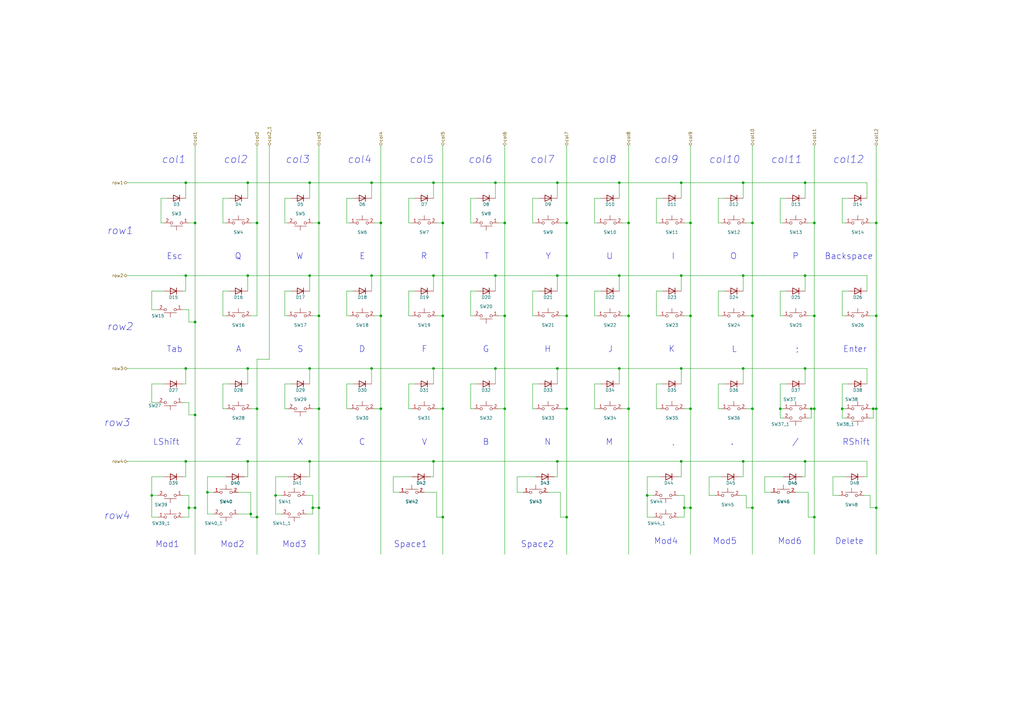
<source format=kicad_sch>
(kicad_sch (version 20230121) (generator eeschema)
  (paper "A3")
  (junction (at 232.41 91.44))
  (junction (at 254 74.93))
  (junction (at 304.8 189.23))
  (junction (at 228.6 74.93))
  (junction (at 80.01 170.18))
  (junction (at 228.6 113.03))
  (junction (at 101.6 189.23))
  (junction (at 279.4 151.13))
  (junction (at 254 151.13))
  (junction (at 232.41 167.64))
  (junction (at 257.81 129.54))
  (junction (at 279.4 189.23))
  (junction (at 232.41 129.54))
  (junction (at 304.8 74.93))
  (junction (at 358.14 167.64))
  (junction (at 62.23 203.2))
  (junction (at 203.2 113.03))
  (junction (at 113.03 203.2))
  (junction (at 105.41 91.44))
  (junction (at 228.6 189.23))
  (junction (at 181.61 91.44))
  (junction (at 152.4 113.03))
  (junction (at 254 113.03))
  (junction (at 85.09 201.93))
  (junction (at 332.74 167.64))
  (junction (at 228.6 151.13))
  (junction (at 177.8 74.93))
  (junction (at 257.81 91.44))
  (junction (at 102.87 210.82))
  (junction (at 128.27 208.28))
  (junction (at 177.8 113.03))
  (junction (at 308.61 167.64))
  (junction (at 359.41 91.44))
  (junction (at 280.67 208.28))
  (junction (at 156.21 129.54))
  (junction (at 359.41 208.28))
  (junction (at 320.04 167.64))
  (junction (at 334.01 167.64))
  (junction (at 181.61 129.54))
  (junction (at 76.2 74.93))
  (junction (at 177.8 151.13))
  (junction (at 156.21 167.64))
  (junction (at 105.41 167.64))
  (junction (at 181.61 167.64))
  (junction (at 334.01 91.44))
  (junction (at 308.61 129.54))
  (junction (at 127 74.93))
  (junction (at 130.81 167.64))
  (junction (at 283.21 91.44))
  (junction (at 77.47 208.28))
  (junction (at 330.2 151.13))
  (junction (at 76.2 113.03))
  (junction (at 308.61 91.44))
  (junction (at 279.4 113.03))
  (junction (at 330.2 189.23))
  (junction (at 334.01 129.54))
  (junction (at 203.2 151.13))
  (junction (at 283.21 167.64))
  (junction (at 130.81 208.28))
  (junction (at 80.01 91.44))
  (junction (at 330.2 74.93))
  (junction (at 257.81 167.64))
  (junction (at 152.4 74.93))
  (junction (at 279.4 74.93))
  (junction (at 101.6 74.93))
  (junction (at 76.2 151.13))
  (junction (at 156.21 91.44))
  (junction (at 130.81 91.44))
  (junction (at 127 189.23))
  (junction (at 207.01 129.54))
  (junction (at 308.61 208.28))
  (junction (at 127 113.03))
  (junction (at 207.01 91.44))
  (junction (at 359.41 129.54))
  (junction (at 101.6 151.13))
  (junction (at 304.8 151.13))
  (junction (at 203.2 74.93))
  (junction (at 80.01 208.28))
  (junction (at 101.6 113.03))
  (junction (at 265.43 203.2))
  (junction (at 207.01 167.64))
  (junction (at 304.8 113.03))
  (junction (at 177.8 189.23))
  (junction (at 127 151.13))
  (junction (at 283.21 129.54))
  (junction (at 283.21 208.28))
  (junction (at 76.2 189.23))
  (junction (at 130.81 129.54))
  (junction (at 345.44 167.64))
  (junction (at 80.01 132.08))
  (junction (at 330.2 113.03))
  (junction (at 232.41 212.09))
  (junction (at 152.4 151.13))
  (junction (at 334.01 212.09))
  (junction (at 359.41 167.64))
  (junction (at 181.61 212.09))
  (junction (at 105.41 212.09))
  (wire (pts (xy 105.41 147.32) (xy 105.41 167.64)))
  (wire (pts (xy 91.44 129.54) (xy 92.71 129.54)))
  (wire (pts (xy 306.07 91.44) (xy 308.61 91.44)))
  (wire (pts (xy 269.24 81.28) (xy 269.24 91.44)))
  (wire (pts (xy 101.6 74.93) (xy 101.6 81.28)))
  (wire (pts (xy 243.84 129.54) (xy 245.11 129.54)))
  (wire (pts (xy 93.98 119.38) (xy 91.44 119.38)))
  (wire (pts (xy 304.8 151.13) (xy 330.2 151.13)))
  (wire (pts (xy 152.4 74.93) (xy 177.8 74.93)))
  (wire (pts (xy 130.81 129.54) (xy 130.81 167.64)))
  (wire (pts (xy 76.2 74.93) (xy 101.6 74.93)))
  (wire (pts (xy 207.01 129.54) (xy 207.01 167.64)))
  (wire (pts (xy 279.4 74.93) (xy 279.4 81.28)))
  (wire (pts (xy 161.29 195.58) (xy 161.29 201.93)))
  (wire (pts (xy 220.98 81.28) (xy 218.44 81.28)))
  (wire (pts (xy 113.03 195.58) (xy 113.03 203.2)))
  (wire (pts (xy 127 151.13) (xy 152.4 151.13)))
  (wire (pts (xy 330.2 151.13) (xy 330.2 157.48)))
  (wire (pts (xy 115.57 210.82) (xy 113.03 210.82)))
  (wire (pts (xy 331.47 201.93) (xy 331.47 212.09)))
  (wire (pts (xy 279.4 151.13) (xy 304.8 151.13)))
  (wire (pts (xy 67.31 119.38) (xy 62.23 119.38)))
  (wire (pts (xy 303.53 203.2) (xy 306.07 203.2)))
  (wire (pts (xy 218.44 167.64) (xy 219.71 167.64)))
  (wire (pts (xy 356.87 129.54) (xy 359.41 129.54)))
  (wire (pts (xy 105.41 167.64) (xy 105.41 212.09)))
  (wire (pts (xy 179.07 212.09) (xy 181.61 212.09)))
  (wire (pts (xy 177.8 151.13) (xy 177.8 157.48)))
  (wire (pts (xy 152.4 74.93) (xy 152.4 81.28)))
  (wire (pts (xy 331.47 91.44) (xy 334.01 91.44)))
  (wire (pts (xy 87.63 210.82) (xy 85.09 210.82)))
  (wire (pts (xy 105.41 59.69) (xy 105.41 91.44)))
  (wire (pts (xy 254 113.03) (xy 254 119.38)))
  (wire (pts (xy 320.04 91.44) (xy 321.31 91.44)))
  (wire (pts (xy 85.09 210.82) (xy 85.09 201.93)))
  (wire (pts (xy 218.44 119.38) (xy 218.44 129.54)))
  (wire (pts (xy 76.2 113.03) (xy 101.6 113.03)))
  (wire (pts (xy 152.4 113.03) (xy 152.4 119.38)))
  (wire (pts (xy 167.64 119.38) (xy 167.64 129.54)))
  (wire (pts (xy 203.2 74.93) (xy 228.6 74.93)))
  (wire (pts (xy 116.84 129.54) (xy 118.11 129.54)))
  (wire (pts (xy 144.78 157.48) (xy 142.24 157.48)))
  (wire (pts (xy 232.41 129.54) (xy 232.41 167.64)))
  (wire (pts (xy 74.93 195.58) (xy 76.2 195.58)))
  (wire (pts (xy 356.87 208.28) (xy 359.41 208.28)))
  (wire (pts (xy 334.01 129.54) (xy 334.01 167.64)))
  (wire (pts (xy 330.2 189.23) (xy 355.6 189.23)))
  (wire (pts (xy 224.79 201.93) (xy 229.87 201.93)))
  (wire (pts (xy 76.2 151.13) (xy 101.6 151.13)))
  (wire (pts (xy 101.6 113.03) (xy 101.6 119.38)))
  (wire (pts (xy 193.04 91.44) (xy 194.31 91.44)))
  (wire (pts (xy 130.81 59.69) (xy 130.81 91.44)))
  (wire (pts (xy 356.87 171.45) (xy 358.14 171.45)))
  (wire (pts (xy 119.38 119.38) (xy 116.84 119.38)))
  (wire (pts (xy 102.87 201.93) (xy 102.87 210.82)))
  (wire (pts (xy 303.53 195.58) (xy 304.8 195.58)))
  (wire (pts (xy 77.47 212.09) (xy 77.47 208.28)))
  (wire (pts (xy 359.41 208.28) (xy 359.41 227.33)))
  (wire (pts (xy 128.27 129.54) (xy 130.81 129.54)))
  (wire (pts (xy 80.01 170.18) (xy 80.01 208.28)))
  (wire (pts (xy 168.91 195.58) (xy 161.29 195.58)))
  (wire (pts (xy 331.47 212.09) (xy 334.01 212.09)))
  (wire (pts (xy 269.24 119.38) (xy 269.24 129.54)))
  (wire (pts (xy 203.2 113.03) (xy 228.6 113.03)))
  (wire (pts (xy 193.04 129.54) (xy 194.31 129.54)))
  (wire (pts (xy 116.84 91.44) (xy 118.11 91.44)))
  (wire (pts (xy 74.93 203.2) (xy 77.47 203.2)))
  (wire (pts (xy 267.97 212.09) (xy 265.43 212.09)))
  (wire (pts (xy 156.21 91.44) (xy 156.21 129.54)))
  (wire (pts (xy 347.98 157.48) (xy 345.44 157.48)))
  (wire (pts (xy 330.2 151.13) (xy 355.6 151.13)))
  (wire (pts (xy 80.01 91.44) (xy 80.01 132.08)))
  (wire (pts (xy 345.44 81.28) (xy 345.44 91.44)))
  (wire (pts (xy 156.21 167.64) (xy 156.21 227.33)))
  (wire (pts (xy 91.44 81.28) (xy 91.44 91.44)))
  (wire (pts (xy 195.58 81.28) (xy 193.04 81.28)))
  (wire (pts (xy 308.61 208.28) (xy 308.61 227.33)))
  (wire (pts (xy 359.41 91.44) (xy 359.41 129.54)))
  (wire (pts (xy 227.33 195.58) (xy 228.6 195.58)))
  (wire (pts (xy 346.71 171.45) (xy 345.44 171.45)))
  (wire (pts (xy 128.27 208.28) (xy 130.81 208.28)))
  (wire (pts (xy 358.14 171.45) (xy 358.14 167.64)))
  (wire (pts (xy 161.29 201.93) (xy 163.83 201.93)))
  (wire (pts (xy 193.04 157.48) (xy 193.04 167.64)))
  (wire (pts (xy 167.64 129.54) (xy 168.91 129.54)))
  (wire (pts (xy 306.07 167.64) (xy 308.61 167.64)))
  (wire (pts (xy 181.61 167.64) (xy 181.61 212.09)))
  (wire (pts (xy 176.53 195.58) (xy 177.8 195.58)))
  (wire (pts (xy 304.8 151.13) (xy 304.8 157.48)))
  (wire (pts (xy 125.73 195.58) (xy 127 195.58)))
  (wire (pts (xy 304.8 113.03) (xy 304.8 119.38)))
  (wire (pts (xy 177.8 195.58) (xy 177.8 189.23)))
  (wire (pts (xy 269.24 157.48) (xy 269.24 167.64)))
  (wire (pts (xy 345.44 129.54) (xy 346.71 129.54)))
  (wire (pts (xy 128.27 167.64) (xy 130.81 167.64)))
  (wire (pts (xy 359.41 129.54) (xy 359.41 167.64)))
  (wire (pts (xy 232.41 59.69) (xy 232.41 91.44)))
  (wire (pts (xy 321.31 195.58) (xy 313.69 195.58)))
  (wire (pts (xy 116.84 119.38) (xy 116.84 129.54)))
  (wire (pts (xy 283.21 208.28) (xy 283.21 227.33)))
  (wire (pts (xy 113.03 210.82) (xy 113.03 203.2)))
  (wire (pts (xy 52.07 113.03) (xy 76.2 113.03)))
  (wire (pts (xy 246.38 157.48) (xy 243.84 157.48)))
  (wire (pts (xy 257.81 91.44) (xy 257.81 129.54)))
  (wire (pts (xy 102.87 212.09) (xy 105.41 212.09)))
  (wire (pts (xy 345.44 157.48) (xy 345.44 167.64)))
  (wire (pts (xy 347.98 119.38) (xy 345.44 119.38)))
  (wire (pts (xy 181.61 129.54) (xy 181.61 167.64)))
  (wire (pts (xy 144.78 81.28) (xy 142.24 81.28)))
  (wire (pts (xy 91.44 91.44) (xy 92.71 91.44)))
  (wire (pts (xy 170.18 119.38) (xy 167.64 119.38)))
  (wire (pts (xy 203.2 151.13) (xy 228.6 151.13)))
  (wire (pts (xy 297.18 119.38) (xy 294.64 119.38)))
  (wire (pts (xy 354.33 203.2) (xy 356.87 203.2)))
  (wire (pts (xy 130.81 208.28) (xy 130.81 227.33)))
  (wire (pts (xy 280.67 212.09) (xy 280.67 208.28)))
  (wire (pts (xy 74.93 119.38) (xy 76.2 119.38)))
  (wire (pts (xy 152.4 151.13) (xy 177.8 151.13)))
  (wire (pts (xy 66.04 81.28) (xy 66.04 91.44)))
  (wire (pts (xy 308.61 167.64) (xy 308.61 208.28)))
  (wire (pts (xy 204.47 167.64) (xy 207.01 167.64)))
  (wire (pts (xy 308.61 129.54) (xy 308.61 167.64)))
  (wire (pts (xy 355.6 195.58) (xy 355.6 189.23)))
  (wire (pts (xy 101.6 113.03) (xy 127 113.03)))
  (wire (pts (xy 294.64 167.64) (xy 295.91 167.64)))
  (wire (pts (xy 294.64 119.38) (xy 294.64 129.54)))
  (wire (pts (xy 220.98 157.48) (xy 218.44 157.48)))
  (wire (pts (xy 255.27 91.44) (xy 257.81 91.44)))
  (wire (pts (xy 232.41 167.64) (xy 232.41 212.09)))
  (wire (pts (xy 128.27 203.2) (xy 128.27 208.28)))
  (wire (pts (xy 128.27 91.44) (xy 130.81 91.44)))
  (wire (pts (xy 52.07 74.93) (xy 76.2 74.93)))
  (wire (pts (xy 113.03 203.2) (xy 115.57 203.2)))
  (wire (pts (xy 283.21 91.44) (xy 283.21 129.54)))
  (wire (pts (xy 290.83 195.58) (xy 290.83 203.2)))
  (wire (pts (xy 219.71 195.58) (xy 212.09 195.58)))
  (wire (pts (xy 130.81 167.64) (xy 130.81 208.28)))
  (wire (pts (xy 77.47 208.28) (xy 80.01 208.28)))
  (wire (pts (xy 62.23 127) (xy 64.77 127)))
  (wire (pts (xy 153.67 129.54) (xy 156.21 129.54)))
  (wire (pts (xy 313.69 201.93) (xy 316.23 201.93)))
  (wire (pts (xy 203.2 113.03) (xy 203.2 119.38)))
  (wire (pts (xy 356.87 203.2) (xy 356.87 208.28)))
  (wire (pts (xy 308.61 91.44) (xy 308.61 129.54)))
  (wire (pts (xy 127 74.93) (xy 127 81.28)))
  (wire (pts (xy 328.93 195.58) (xy 330.2 195.58)))
  (wire (pts (xy 64.77 212.09) (xy 62.23 212.09)))
  (wire (pts (xy 228.6 113.03) (xy 254 113.03)))
  (wire (pts (xy 306.07 203.2) (xy 306.07 208.28)))
  (wire (pts (xy 229.87 129.54) (xy 232.41 129.54)))
  (wire (pts (xy 332.74 171.45) (xy 332.74 167.64)))
  (wire (pts (xy 177.8 151.13) (xy 203.2 151.13)))
  (wire (pts (xy 271.78 157.48) (xy 269.24 157.48)))
  (wire (pts (xy 330.2 113.03) (xy 330.2 119.38)))
  (wire (pts (xy 355.6 151.13) (xy 355.6 157.48)))
  (wire (pts (xy 290.83 203.2) (xy 293.37 203.2)))
  (wire (pts (xy 142.24 167.64) (xy 143.51 167.64)))
  (wire (pts (xy 229.87 91.44) (xy 232.41 91.44)))
  (wire (pts (xy 167.64 167.64) (xy 168.91 167.64)))
  (wire (pts (xy 359.41 59.69) (xy 359.41 91.44)))
  (wire (pts (xy 67.31 157.48) (xy 62.23 157.48)))
  (wire (pts (xy 331.47 129.54) (xy 334.01 129.54)))
  (wire (pts (xy 228.6 151.13) (xy 254 151.13)))
  (wire (pts (xy 76.2 157.48) (xy 76.2 151.13)))
  (wire (pts (xy 297.18 81.28) (xy 294.64 81.28)))
  (wire (pts (xy 278.13 212.09) (xy 280.67 212.09)))
  (wire (pts (xy 243.84 91.44) (xy 245.11 91.44)))
  (wire (pts (xy 280.67 203.2) (xy 280.67 208.28)))
  (wire (pts (xy 179.07 129.54) (xy 181.61 129.54)))
  (wire (pts (xy 330.2 74.93) (xy 355.6 74.93)))
  (wire (pts (xy 142.24 119.38) (xy 142.24 129.54)))
  (wire (pts (xy 313.69 195.58) (xy 313.69 201.93)))
  (wire (pts (xy 62.23 165.1) (xy 64.77 165.1)))
  (wire (pts (xy 254 151.13) (xy 279.4 151.13)))
  (wire (pts (xy 77.47 203.2) (xy 77.47 208.28)))
  (wire (pts (xy 228.6 113.03) (xy 228.6 119.38)))
  (wire (pts (xy 218.44 81.28) (xy 218.44 91.44)))
  (wire (pts (xy 347.98 81.28) (xy 345.44 81.28)))
  (wire (pts (xy 101.6 189.23) (xy 127 189.23)))
  (wire (pts (xy 265.43 212.09) (xy 265.43 203.2)))
  (wire (pts (xy 341.63 203.2) (xy 344.17 203.2)))
  (wire (pts (xy 97.79 201.93) (xy 102.87 201.93)))
  (wire (pts (xy 278.13 203.2) (xy 280.67 203.2)))
  (wire (pts (xy 212.09 195.58) (xy 212.09 201.93)))
  (wire (pts (xy 102.87 129.54) (xy 105.41 129.54)))
  (wire (pts (xy 279.4 74.93) (xy 304.8 74.93)))
  (wire (pts (xy 193.04 167.64) (xy 194.31 167.64)))
  (wire (pts (xy 102.87 210.82) (xy 102.87 212.09)))
  (wire (pts (xy 125.73 210.82) (xy 128.27 210.82)))
  (wire (pts (xy 91.44 119.38) (xy 91.44 129.54)))
  (wire (pts (xy 345.44 119.38) (xy 345.44 129.54)))
  (wire (pts (xy 105.41 212.09) (xy 105.41 227.33)))
  (wire (pts (xy 77.47 91.44) (xy 80.01 91.44)))
  (wire (pts (xy 243.84 81.28) (xy 243.84 91.44)))
  (wire (pts (xy 346.71 195.58) (xy 341.63 195.58)))
  (wire (pts (xy 52.07 189.23) (xy 76.2 189.23)))
  (wire (pts (xy 269.24 91.44) (xy 270.51 91.44)))
  (wire (pts (xy 320.04 129.54) (xy 321.31 129.54)))
  (wire (pts (xy 283.21 59.69) (xy 283.21 91.44)))
  (wire (pts (xy 271.78 81.28) (xy 269.24 81.28)))
  (wire (pts (xy 334.01 59.69) (xy 334.01 91.44)))
  (wire (pts (xy 181.61 59.69) (xy 181.61 91.44)))
  (wire (pts (xy 229.87 201.93) (xy 229.87 212.09)))
  (wire (pts (xy 232.41 212.09) (xy 232.41 227.33)))
  (wire (pts (xy 179.07 201.93) (xy 179.07 212.09)))
  (wire (pts (xy 156.21 129.54) (xy 156.21 167.64)))
  (wire (pts (xy 67.31 195.58) (xy 62.23 195.58)))
  (wire (pts (xy 294.64 157.48) (xy 294.64 167.64)))
  (wire (pts (xy 280.67 91.44) (xy 283.21 91.44)))
  (wire (pts (xy 270.51 195.58) (xy 265.43 195.58)))
  (wire (pts (xy 254 74.93) (xy 279.4 74.93)))
  (wire (pts (xy 320.04 157.48) (xy 320.04 167.64)))
  (wire (pts (xy 271.78 119.38) (xy 269.24 119.38)))
  (wire (pts (xy 295.91 195.58) (xy 290.83 195.58)))
  (wire (pts (xy 170.18 81.28) (xy 167.64 81.28)))
  (wire (pts (xy 203.2 151.13) (xy 203.2 157.48)))
  (wire (pts (xy 77.47 132.08) (xy 80.01 132.08)))
  (wire (pts (xy 269.24 167.64) (xy 270.51 167.64)))
  (wire (pts (xy 110.49 147.32) (xy 105.41 147.32)))
  (wire (pts (xy 331.47 171.45) (xy 332.74 171.45)))
  (wire (pts (xy 177.8 113.03) (xy 177.8 119.38)))
  (wire (pts (xy 334.01 167.64) (xy 334.01 212.09)))
  (wire (pts (xy 334.01 91.44) (xy 334.01 129.54)))
  (wire (pts (xy 177.8 189.23) (xy 228.6 189.23)))
  (wire (pts (xy 142.24 91.44) (xy 143.51 91.44)))
  (wire (pts (xy 265.43 195.58) (xy 265.43 203.2)))
  (wire (pts (xy 278.13 195.58) (xy 279.4 195.58)))
  (wire (pts (xy 80.01 208.28) (xy 80.01 227.33)))
  (wire (pts (xy 228.6 195.58) (xy 228.6 189.23)))
  (wire (pts (xy 304.8 74.93) (xy 304.8 81.28)))
  (wire (pts (xy 294.64 81.28) (xy 294.64 91.44)))
  (wire (pts (xy 116.84 81.28) (xy 116.84 91.44)))
  (wire (pts (xy 345.44 167.64) (xy 346.71 167.64)))
  (wire (pts (xy 326.39 201.93) (xy 331.47 201.93)))
  (wire (pts (xy 321.31 171.45) (xy 320.04 171.45)))
  (wire (pts (xy 179.07 167.64) (xy 181.61 167.64)))
  (wire (pts (xy 110.49 59.69) (xy 110.49 147.32)))
  (wire (pts (xy 322.58 119.38) (xy 320.04 119.38)))
  (wire (pts (xy 130.81 91.44) (xy 130.81 129.54)))
  (wire (pts (xy 101.6 151.13) (xy 127 151.13)))
  (wire (pts (xy 128.27 210.82) (xy 128.27 208.28)))
  (wire (pts (xy 280.67 208.28) (xy 283.21 208.28)))
  (wire (pts (xy 92.71 195.58) (xy 85.09 195.58)))
  (wire (pts (xy 355.6 113.03) (xy 355.6 119.38)))
  (wire (pts (xy 102.87 167.64) (xy 105.41 167.64)))
  (wire (pts (xy 279.4 151.13) (xy 279.4 157.48)))
  (wire (pts (xy 119.38 81.28) (xy 116.84 81.28)))
  (wire (pts (xy 91.44 157.48) (xy 91.44 167.64)))
  (wire (pts (xy 330.2 195.58) (xy 330.2 189.23)))
  (wire (pts (xy 207.01 167.64) (xy 207.01 227.33)))
  (wire (pts (xy 142.24 157.48) (xy 142.24 167.64)))
  (wire (pts (xy 76.2 189.23) (xy 101.6 189.23)))
  (wire (pts (xy 101.6 151.13) (xy 101.6 157.48)))
  (wire (pts (xy 85.09 201.93) (xy 87.63 201.93)))
  (wire (pts (xy 102.87 91.44) (xy 105.41 91.44)))
  (wire (pts (xy 152.4 151.13) (xy 152.4 157.48)))
  (wire (pts (xy 320.04 119.38) (xy 320.04 129.54)))
  (wire (pts (xy 105.41 91.44) (xy 105.41 129.54)))
  (wire (pts (xy 177.8 74.93) (xy 177.8 81.28)))
  (wire (pts (xy 177.8 74.93) (xy 203.2 74.93)))
  (wire (pts (xy 283.21 129.54) (xy 283.21 167.64)))
  (wire (pts (xy 127 189.23) (xy 177.8 189.23)))
  (wire (pts (xy 125.73 203.2) (xy 128.27 203.2)))
  (wire (pts (xy 320.04 171.45) (xy 320.04 167.64)))
  (wire (pts (xy 181.61 91.44) (xy 181.61 129.54)))
  (wire (pts (xy 74.93 127) (xy 77.47 127)))
  (wire (pts (xy 167.64 91.44) (xy 168.91 91.44)))
  (wire (pts (xy 254 151.13) (xy 254 157.48)))
  (wire (pts (xy 177.8 113.03) (xy 203.2 113.03)))
  (wire (pts (xy 193.04 119.38) (xy 193.04 129.54)))
  (wire (pts (xy 280.67 167.64) (xy 283.21 167.64)))
  (wire (pts (xy 127 113.03) (xy 152.4 113.03)))
  (wire (pts (xy 118.11 195.58) (xy 113.03 195.58)))
  (wire (pts (xy 359.41 167.64) (xy 359.41 208.28)))
  (wire (pts (xy 304.8 189.23) (xy 330.2 189.23)))
  (wire (pts (xy 204.47 91.44) (xy 207.01 91.44)))
  (wire (pts (xy 297.18 157.48) (xy 294.64 157.48)))
  (wire (pts (xy 93.98 81.28) (xy 91.44 81.28)))
  (wire (pts (xy 204.47 129.54) (xy 207.01 129.54)))
  (wire (pts (xy 76.2 74.93) (xy 76.2 81.28)))
  (wire (pts (xy 152.4 113.03) (xy 177.8 113.03)))
  (wire (pts (xy 179.07 91.44) (xy 181.61 91.44)))
  (wire (pts (xy 93.98 157.48) (xy 91.44 157.48)))
  (wire (pts (xy 320.04 167.64) (xy 321.31 167.64)))
  (wire (pts (xy 257.81 167.64) (xy 257.81 227.33)))
  (wire (pts (xy 228.6 189.23) (xy 279.4 189.23)))
  (wire (pts (xy 228.6 151.13) (xy 228.6 157.48)))
  (wire (pts (xy 269.24 129.54) (xy 270.51 129.54)))
  (wire (pts (xy 74.93 157.48) (xy 76.2 157.48)))
  (wire (pts (xy 220.98 119.38) (xy 218.44 119.38)))
  (wire (pts (xy 304.8 195.58) (xy 304.8 189.23)))
  (wire (pts (xy 218.44 91.44) (xy 219.71 91.44)))
  (wire (pts (xy 74.93 165.1) (xy 77.47 165.1)))
  (wire (pts (xy 153.67 167.64) (xy 156.21 167.64)))
  (wire (pts (xy 355.6 74.93) (xy 355.6 81.28)))
  (wire (pts (xy 320.04 81.28) (xy 320.04 91.44)))
  (wire (pts (xy 116.84 167.64) (xy 118.11 167.64)))
  (wire (pts (xy 330.2 113.03) (xy 355.6 113.03)))
  (wire (pts (xy 218.44 157.48) (xy 218.44 167.64)))
  (wire (pts (xy 127 151.13) (xy 127 157.48)))
  (wire (pts (xy 228.6 74.93) (xy 254 74.93)))
  (wire (pts (xy 52.07 151.13) (xy 76.2 151.13)))
  (wire (pts (xy 341.63 195.58) (xy 341.63 203.2)))
  (wire (pts (xy 142.24 129.54) (xy 143.51 129.54)))
  (wire (pts (xy 257.81 59.69) (xy 257.81 91.44)))
  (wire (pts (xy 334.01 212.09) (xy 334.01 227.33)))
  (wire (pts (xy 304.8 74.93) (xy 330.2 74.93)))
  (wire (pts (xy 229.87 167.64) (xy 232.41 167.64)))
  (wire (pts (xy 127 195.58) (xy 127 189.23)))
  (wire (pts (xy 100.33 195.58) (xy 101.6 195.58)))
  (wire (pts (xy 80.01 59.69) (xy 80.01 91.44)))
  (wire (pts (xy 167.64 157.48) (xy 167.64 167.64)))
  (wire (pts (xy 354.33 195.58) (xy 355.6 195.58)))
  (wire (pts (xy 322.58 81.28) (xy 320.04 81.28)))
  (wire (pts (xy 144.78 119.38) (xy 142.24 119.38)))
  (wire (pts (xy 306.07 129.54) (xy 308.61 129.54)))
  (wire (pts (xy 279.4 113.03) (xy 304.8 113.03)))
  (wire (pts (xy 170.18 157.48) (xy 167.64 157.48)))
  (wire (pts (xy 279.4 195.58) (xy 279.4 189.23)))
  (wire (pts (xy 218.44 129.54) (xy 219.71 129.54)))
  (wire (pts (xy 74.93 212.09) (xy 77.47 212.09)))
  (wire (pts (xy 76.2 119.38) (xy 76.2 113.03)))
  (wire (pts (xy 77.47 165.1) (xy 77.47 170.18)))
  (wire (pts (xy 62.23 195.58) (xy 62.23 203.2)))
  (wire (pts (xy 101.6 74.93) (xy 127 74.93)))
  (wire (pts (xy 257.81 129.54) (xy 257.81 167.64)))
  (wire (pts (xy 255.27 129.54) (xy 257.81 129.54)))
  (wire (pts (xy 294.64 91.44) (xy 295.91 91.44)))
  (wire (pts (xy 62.23 119.38) (xy 62.23 127)))
  (wire (pts (xy 304.8 113.03) (xy 330.2 113.03)))
  (wire (pts (xy 193.04 81.28) (xy 193.04 91.44)))
  (wire (pts (xy 228.6 74.93) (xy 228.6 81.28)))
  (wire (pts (xy 62.23 203.2) (xy 64.77 203.2)))
  (wire (pts (xy 142.24 81.28) (xy 142.24 91.44)))
  (wire (pts (xy 358.14 167.64) (xy 359.41 167.64)))
  (wire (pts (xy 91.44 167.64) (xy 92.71 167.64)))
  (wire (pts (xy 255.27 167.64) (xy 257.81 167.64)))
  (wire (pts (xy 246.38 81.28) (xy 243.84 81.28)))
  (wire (pts (xy 127 113.03) (xy 127 119.38)))
  (wire (pts (xy 156.21 59.69) (xy 156.21 91.44)))
  (wire (pts (xy 66.04 91.44) (xy 67.31 91.44)))
  (wire (pts (xy 101.6 195.58) (xy 101.6 189.23)))
  (wire (pts (xy 279.4 189.23) (xy 304.8 189.23)))
  (wire (pts (xy 232.41 91.44) (xy 232.41 129.54)))
  (wire (pts (xy 195.58 157.48) (xy 193.04 157.48)))
  (wire (pts (xy 207.01 91.44) (xy 207.01 129.54)))
  (wire (pts (xy 356.87 91.44) (xy 359.41 91.44)))
  (wire (pts (xy 167.64 81.28) (xy 167.64 91.44)))
  (wire (pts (xy 246.38 119.38) (xy 243.84 119.38)))
  (wire (pts (xy 308.61 59.69) (xy 308.61 91.44)))
  (wire (pts (xy 254 74.93) (xy 254 81.28)))
  (wire (pts (xy 173.99 201.93) (xy 179.07 201.93)))
  (wire (pts (xy 254 113.03) (xy 279.4 113.03)))
  (wire (pts (xy 207.01 59.69) (xy 207.01 91.44)))
  (wire (pts (xy 243.84 157.48) (xy 243.84 167.64)))
  (wire (pts (xy 306.07 208.28) (xy 308.61 208.28)))
  (wire (pts (xy 294.64 129.54) (xy 295.91 129.54)))
  (wire (pts (xy 80.01 132.08) (xy 80.01 170.18)))
  (wire (pts (xy 62.23 212.09) (xy 62.23 203.2)))
  (wire (pts (xy 212.09 201.93) (xy 214.63 201.93)))
  (wire (pts (xy 195.58 119.38) (xy 193.04 119.38)))
  (wire (pts (xy 116.84 157.48) (xy 116.84 167.64)))
  (wire (pts (xy 243.84 119.38) (xy 243.84 129.54)))
  (wire (pts (xy 76.2 195.58) (xy 76.2 189.23)))
  (wire (pts (xy 119.38 157.48) (xy 116.84 157.48)))
  (wire (pts (xy 345.44 171.45) (xy 345.44 167.64)))
  (wire (pts (xy 283.21 167.64) (xy 283.21 208.28)))
  (wire (pts (xy 181.61 212.09) (xy 181.61 227.33)))
  (wire (pts (xy 331.47 167.64) (xy 332.74 167.64)))
  (wire (pts (xy 356.87 167.64) (xy 358.14 167.64)))
  (wire (pts (xy 332.74 167.64) (xy 334.01 167.64)))
  (wire (pts (xy 127 74.93) (xy 152.4 74.93)))
  (wire (pts (xy 280.67 129.54) (xy 283.21 129.54)))
  (wire (pts (xy 68.58 81.28) (xy 66.04 81.28)))
  (wire (pts (xy 265.43 203.2) (xy 267.97 203.2)))
  (wire (pts (xy 77.47 127) (xy 77.47 132.08)))
  (wire (pts (xy 153.67 91.44) (xy 156.21 91.44)))
  (wire (pts (xy 345.44 91.44) (xy 346.71 91.44)))
  (wire (pts (xy 62.23 157.48) (xy 62.23 165.1)))
  (wire (pts (xy 243.84 167.64) (xy 245.11 167.64)))
  (wire (pts (xy 85.09 195.58) (xy 85.09 201.93)))
  (wire (pts (xy 279.4 113.03) (xy 279.4 119.38)))
  (wire (pts (xy 97.79 210.82) (xy 102.87 210.82)))
  (wire (pts (xy 330.2 74.93) (xy 330.2 81.28)))
  (wire (pts (xy 322.58 157.48) (xy 320.04 157.48)))
  (wire (pts (xy 203.2 74.93) (xy 203.2 81.28)))
  (wire (pts (xy 229.87 212.09) (xy 232.41 212.09)))
  (wire (pts (xy 77.47 170.18) (xy 80.01 170.18)))
  (text "Backspace" (at 358.14 106.68 0) (effects (font (size 2.5 2.5)) (justify right bottom)))
  (text "col7" (at 227.33 67.31 0) (effects (font (size 3 3) italic) (justify right bottom)))
  (text "." (at 300.99 182.88 0) (effects (font (size 2.5 2.5)) (justify right bottom)))
  (text "D" (at 149.86 144.78 0) (effects (font (size 2.5 2.5)) (justify right bottom)))
  (text "S" (at 124.46 144.78 0) (effects (font (size 2.5 2.5)) (justify right bottom)))
  (text "col8" (at 252.73 67.31 0) (effects (font (size 3 3) italic) (justify right bottom)))
  (text "L" (at 302.26 144.78 0) (effects (font (size 2.5 2.5)) (justify right bottom)))
  (text "col9" (at 278.13 67.31 0) (effects (font (size 3 3) italic) (justify right bottom)))
  (text "Mod1" (at 73.66 224.79 0) (effects (font (size 2.5 2.5)) (justify right bottom)))
  (text "col12" (at 354.33 67.31 0) (effects (font (size 3 3) italic) (justify right bottom)))
  (text "K" (at 276.86 144.78 0) (effects (font (size 2.5 2.5)) (justify right bottom)))
  (text ";" (at 327.66 144.78 0) (effects (font (size 2.5 2.5)) (justify right bottom)))
  (text "col2" (at 101.6 67.31 0) (effects (font (size 3 3) italic) (justify right bottom)))
  (text "M" (at 251.46 182.88 0) (effects (font (size 2.5 2.5)) (justify right bottom)))
  (text "Y" (at 226.06 106.68 0) (effects (font (size 2.5 2.5)) (justify right bottom)))
  (text "Space2" (at 227.33 224.79 0) (effects (font (size 2.5 2.5)) (justify right bottom)))
  (text "Mod5" (at 302.26 223.52 0) (effects (font (size 2.5 2.5)) (justify right bottom)))
  (text "Tab" (at 74.93 144.78 0) (effects (font (size 2.5 2.5)) (justify right bottom)))
  (text "col11" (at 328.93 67.31 0) (effects (font (size 3 3) italic) (justify right bottom)))
  (text "R" (at 175.26 106.68 0) (effects (font (size 2.5 2.5)) (justify right bottom)))
  (text "P" (at 327.66 106.68 0) (effects (font (size 2.5 2.5)) (justify right bottom)))
  (text "C" (at 149.86 182.88 0) (effects (font (size 2.5 2.5)) (justify right bottom)))
  (text "LShift" (at 73.66 182.88 0) (effects (font (size 2.5 2.5)) (justify right bottom)))
  (text "row2" (at 54.61 135.89 0) (effects (font (size 3 3) italic) (justify right bottom)))
  (text "Mod4" (at 278.13 223.52 0) (effects (font (size 2.5 2.5)) (justify right bottom)))
  (text "X" (at 124.46 182.88 0) (effects (font (size 2.5 2.5)) (justify right bottom)))
  (text "Mod2" (at 100.33 224.79 0) (effects (font (size 2.5 2.5)) (justify right bottom)))
  (text "N" (at 226.06 182.88 0) (effects (font (size 2.5 2.5)) (justify right bottom)))
  (text "col5" (at 177.8 67.31 0) (effects (font (size 3 3) italic) (justify right bottom)))
  (text "V" (at 175.26 182.88 0) (effects (font (size 2.5 2.5)) (justify right bottom)))
  (text "Delete" (at 354.33 223.52 0) (effects (font (size 2.5 2.5)) (justify right bottom)))
  (text "G" (at 200.66 144.78 0) (effects (font (size 2.5 2.5)) (justify right bottom)))
  (text "Mod6" (at 328.93 223.52 0) (effects (font (size 2.5 2.5)) (justify right bottom)))
  (text "A" (at 99.06 144.78 0) (effects (font (size 2.5 2.5)) (justify right bottom)))
  (text "col10" (at 303.53 67.31 0) (effects (font (size 3 3) italic) (justify right bottom)))
  (text "H" (at 226.06 144.78 0) (effects (font (size 2.5 2.5)) (justify right bottom)))
  (text "row3" (at 53.34 175.26 0) (effects (font (size 3 3) italic) (justify right bottom)))
  (text "Z" (at 99.06 182.88 0) (effects (font (size 2.5 2.5)) (justify right bottom)))
  (text "RShift" (at 356.87 182.88 0) (effects (font (size 2.5 2.5)) (justify right bottom)))
  (text "J" (at 251.46 144.78 0) (effects (font (size 2.5 2.5)) (justify right bottom)))
  (text "I" (at 276.86 106.68 0) (effects (font (size 2.5 2.5)) (justify right bottom)))
  (text "col1" (at 76.2 67.31 0) (effects (font (size 3 3) italic) (justify right bottom)))
  (text "U" (at 251.46 106.68 0) (effects (font (size 2.5 2.5)) (justify right bottom)))
  (text "B" (at 200.66 182.88 0) (effects (font (size 2.5 2.5)) (justify right bottom)))
  (text "Esc" (at 74.93 106.68 0) (effects (font (size 2.5 2.5)) (justify right bottom)))
  (text "col3" (at 127 67.31 0) (effects (font (size 3 3) italic) (justify right bottom)))
  (text "F" (at 175.26 144.78 0) (effects (font (size 2.5 2.5)) (justify right bottom)))
  (text "Q" (at 99.06 106.68 0) (effects (font (size 2.5 2.5)) (justify right bottom)))
  (text "T" (at 200.66 106.68 0) (effects (font (size 2.5 2.5)) (justify right bottom)))
  (text "col4" (at 152.4 67.31 0) (effects (font (size 3 3) italic) (justify right bottom)))
  (text "O" (at 302.26 106.68 0) (effects (font (size 2.5 2.5)) (justify right bottom)))
  (text "/" (at 327.66 182.88 0) (effects (font (size 2.5 2.5)) (justify right bottom)))
  (text "W" (at 124.46 106.68 0) (effects (font (size 2.5 2.5)) (justify right bottom)))
  (text "," (at 276.86 182.88 0) (effects (font (size 2.5 2.5)) (justify right bottom)))
  (text "row1" (at 54.61 96.52 0) (effects (font (size 3 3) italic) (justify right bottom)))
  (text "Enter" (at 355.6 144.78 0) (effects (font (size 2.5 2.5)) (justify right bottom)))
  (text "col6" (at 201.93 67.31 0) (effects (font (size 3 3) italic) (justify right bottom)))
  (text "Mod3" (at 125.73 224.79 0) (effects (font (size 2.5 2.5)) (justify right bottom)))
  (text "E" (at 149.86 106.68 0) (effects (font (size 2.5 2.5)) (justify right bottom)))
  (text "row4" (at 53.34 213.36 0) (effects (font (size 3 3) italic) (justify right bottom)))
  (text "Space1" (at 175.26 224.79 0) (effects (font (size 2.5 2.5)) (justify right bottom)))
  (hierarchical_label "row4" (shape bidirectional) (at 52.07 189.23 180))
  (hierarchical_label "col10" (shape bidirectional) (at 308.61 59.69 90))
  (hierarchical_label "col4" (shape bidirectional) (at 156.21 59.69 90))
  (hierarchical_label "col1" (shape bidirectional) (at 80.01 59.69 90))
  (hierarchical_label "row3" (shape bidirectional) (at 52.07 151.13 180))
  (hierarchical_label "col11" (shape bidirectional) (at 334.01 59.69 90))
  (hierarchical_label "row1" (shape bidirectional) (at 52.07 74.93 180))
  (hierarchical_label "col6" (shape bidirectional) (at 207.01 59.69 90))
  (hierarchical_label "col3" (shape bidirectional) (at 130.81 59.69 90))
  (hierarchical_label "col12" (shape bidirectional) (at 359.41 59.69 90))
  (hierarchical_label "col2" (shape bidirectional) (at 105.41 59.69 90))
  (hierarchical_label "col5" (shape bidirectional) (at 181.61 59.69 90))
  (hierarchical_label "row2" (shape bidirectional) (at 52.07 113.03 180))
  (hierarchical_label "col8" (shape bidirectional) (at 257.81 59.69 90))
  (hierarchical_label "col9" (shape bidirectional) (at 283.21 59.69 90))
  (hierarchical_label "col7" (shape bidirectional) (at 232.41 59.69 90))
  (hierarchical_label "col2_1" (shape bidirectional) (at 110.49 59.69 90))
  (symbol (lib_id "Diode:1N4148") (at 299.72 195.58 180) (unit 1)
    (property "Reference" "D45" (at 299.72 198.12 0))
    (property "Value" "1N4148" (effects hide))
    (property "Footprint" "Diode_SMD:D_SOD-323" (effects hide))
    (property "Datasheet" "https://assets.nexperia.com/documents/data-sheet/1N4148_1N4448.pdf" (effects hide))
  )
  (symbol (lib_id "Diode:1N4148") (at 223.52 195.58 180) (unit 1)
    (property "Reference" "D43" (at 223.52 198.12 0))
    (property "Value" "1N4148" (effects hide))
    (property "Footprint" "Diode_SMD:D_SOD-323" (effects hide))
    (property "Datasheet" "https://assets.nexperia.com/documents/data-sheet/1N4148_1N4448.pdf" (effects hide))
  )
  (symbol (lib_id "Diode:1N4148") (at 71.12 195.58 180) (unit 1)
    (property "Reference" "D39" (at 71.12 198.12 0))
    (property "Value" "1N4148" (effects hide))
    (property "Footprint" "Diode_SMD:D_SOD-323" (effects hide))
    (property "Datasheet" "https://assets.nexperia.com/documents/data-sheet/1N4148_1N4448.pdf" (effects hide))
  )
  (symbol (lib_id "Diode:1N4148") (at 326.39 157.48 180) (unit 1)
    (property "Reference" "D37" (at 326.39 160.02 0))
    (property "Value" "1N4148" (effects hide))
    (property "Footprint" "Diode_SMD:D_SOD-323" (effects hide))
    (property "Datasheet" "https://assets.nexperia.com/documents/data-sheet/1N4148_1N4448.pdf" (effects hide))
  )
  (symbol (lib_id "Switch:SW_Push") (at 123.19 167.64 180) (unit 1)
    (property "Reference" "SW29" (at 123.19 163.83 0))
    (property "Value" "SW_Push" (effects hide))
    (property "Footprint" "Switch_Keyboard_Hotswap_Kailh.pretty:SW_Hotswap_Kailh_MX" (effects hide))
  )
  (symbol (lib_id "Switch:SW_Push") (at 120.65 203.2 0) (unit 1)
    (property "Reference" "SW41" (at 116.84 205.74 0))
    (property "Value" "SW_Push" (effects hide))
    (property "Footprint" "Switch_Keyboard_Hotswap_Kailh.pretty:SW_Hotswap_Kailh_MX" (effects hide))
  )
  (symbol (lib_id "Diode:1N4148") (at 224.79 119.38 180) (unit 1)
    (property "Reference" "D21" (at 224.79 121.92 0))
    (property "Value" "1N4148" (effects hide))
    (property "Footprint" "Diode_SMD:D_SOD-323" (effects hide))
    (property "Datasheet" "https://assets.nexperia.com/documents/data-sheet/1N4148_1N4448.pdf" (effects hide))
  )
  (symbol (lib_id "Diode:1N4148") (at 224.79 157.48 180) (unit 1)
    (property "Reference" "D33" (at 224.79 160.02 0))
    (property "Value" "1N4148" (effects hide))
    (property "Footprint" "Diode_SMD:D_SOD-323" (effects hide))
    (property "Datasheet" "https://assets.nexperia.com/documents/data-sheet/1N4148_1N4448.pdf" (effects hide))
  )
  (symbol (lib_id "Diode:1N4148") (at 300.99 157.48 180) (unit 1)
    (property "Reference" "D36" (at 300.99 160.02 0))
    (property "Value" "1N4148" (effects hide))
    (property "Footprint" "Diode_SMD:D_SOD-323" (effects hide))
    (property "Datasheet" "https://assets.nexperia.com/documents/data-sheet/1N4148_1N4448.pdf" (effects hide))
  )
  (symbol (lib_id "Diode:1N4148") (at 275.59 81.28 180) (unit 1)
    (property "Reference" "D11" (at 275.59 83.82 0))
    (property "Value" "1N4148" (effects hide))
    (property "Footprint" "Diode_SMD:D_SOD-323" (effects hide))
    (property "Datasheet" "https://assets.nexperia.com/documents/data-sheet/1N4148_1N4448.pdf" (effects hide))
  )
  (symbol (lib_id "Diode:1N4148") (at 148.59 81.28 180) (unit 1)
    (property "Reference" "D6" (at 148.59 83.82 0))
    (property "Value" "1N4148" (effects hide))
    (property "Footprint" "Diode_SMD:D_SOD-323" (effects hide))
    (property "Datasheet" "https://assets.nexperia.com/documents/data-sheet/1N4148_1N4448.pdf" (effects hide))
  )
  (symbol (lib_id "Diode:1N4148") (at 121.92 195.58 180) (unit 1)
    (property "Reference" "D41" (at 121.92 198.12 0))
    (property "Value" "1N4148" (effects hide))
    (property "Footprint" "Diode_SMD:D_SOD-323" (effects hide))
    (property "Datasheet" "https://assets.nexperia.com/documents/data-sheet/1N4148_1N4448.pdf" (effects hide))
  )
  (symbol (lib_id "Switch:SW_Push") (at 199.39 167.64 0) (unit 1)
    (property "Reference" "SW32" (at 199.39 171.45 0))
    (property "Value" "SW_Push" (effects hide))
    (property "Footprint" "Switch_Keyboard_Hotswap_Kailh.pretty:SW_Hotswap_Kailh_MX" (effects hide))
  )
  (symbol (lib_id "Diode:1N4148") (at 199.39 81.28 180) (unit 1)
    (property "Reference" "D8" (at 199.39 83.82 0))
    (property "Value" "1N4148" (effects hide))
    (property "Footprint" "Diode_SMD:D_SOD-323" (effects hide))
    (property "Datasheet" "https://assets.nexperia.com/documents/data-sheet/1N4148_1N4448.pdf" (effects hide))
  )
  (symbol (lib_id "Diode:1N4148") (at 351.79 119.38 180) (unit 1)
    (property "Reference" "D26" (at 351.79 121.92 0))
    (property "Value" "1N4148" (effects hide))
    (property "Footprint" "Diode_SMD:D_SOD-323" (effects hide))
    (property "Datasheet" "https://assets.nexperia.com/documents/data-sheet/1N4148_1N4448.pdf" (effects hide))
  )
  (symbol (lib_id "Diode:1N4148") (at 250.19 119.38 180) (unit 1)
    (property "Reference" "D22" (at 250.19 121.92 0))
    (property "Value" "1N4148" (effects hide))
    (property "Footprint" "Diode_SMD:D_SOD-323" (effects hide))
    (property "Datasheet" "https://assets.nexperia.com/documents/data-sheet/1N4148_1N4448.pdf" (effects hide))
  )
  (symbol (lib_id "Diode:1N4148") (at 97.79 157.48 180) (unit 1)
    (property "Reference" "D28" (at 97.79 160.02 0))
    (property "Value" "1N4148" (effects hide))
    (property "Footprint" "Diode_SMD:D_SOD-323" (effects hide))
    (property "Datasheet" "https://assets.nexperia.com/documents/data-sheet/1N4148_1N4448.pdf" (effects hide))
  )
  (symbol (lib_id "Switch:SW_Push") (at 148.59 129.54 0) (unit 1)
    (property "Reference" "SW18" (at 148.59 133.35 0))
    (property "Value" "SW_Push" (effects hide))
    (property "Footprint" "Switch_Keyboard_Hotswap_Kailh.pretty:SW_Hotswap_Kailh_MX" (effects hide))
  )
  (symbol (lib_id "Switch:SW_Push") (at 275.59 129.54 0) (unit 1)
    (property "Reference" "SW23" (at 275.59 133.35 0))
    (property "Value" "SW_Push" (effects hide))
    (property "Footprint" "Switch_Keyboard_Hotswap_Kailh.pretty:SW_Hotswap_Kailh_MX" (effects hide))
  )
  (symbol (lib_id "Switch:SW_Push") (at 69.85 212.09 0) (unit 1)
    (property "Reference" "SW39_1" (at 66.04 214.63 0))
    (property "Value" "SW_Push" (effects hide))
    (property "Footprint" "Switch_Keyboard_Hotswap_Kailh.pretty:SW_Hotswap_Kailh_MX" (effects hide))
  )
  (symbol (lib_id "Switch:SW_Push") (at 69.85 127 180) (unit 1)
    (property "Reference" "SW15" (at 64.77 129.54 0))
    (property "Value" "SW_Push" (effects hide))
    (property "Footprint" "Switch_Keyboard_Hotswap_Kailh.pretty:SW_Hotswap_Kailh_MX" (effects hide))
  )
  (symbol (lib_id "Switch:SW_Push") (at 69.85 203.2 180) (unit 1)
    (property "Reference" "SW39" (at 66.04 207.01 0))
    (property "Value" "SW_Push" (effects hide))
    (property "Footprint" "Switch_Keyboard_Hotswap_Kailh.pretty:SW_Hotswap_Kailh_MX" (effects hide))
  )
  (symbol (lib_id "Diode:1N4148") (at 71.12 119.38 180) (unit 1)
    (property "Reference" "D15" (at 71.12 121.92 0))
    (property "Value" "1N4148" (effects hide))
    (property "Footprint" "Diode_SMD:D_SOD-323" (effects hide))
    (property "Datasheet" "https://assets.nexperia.com/documents/data-sheet/1N4148_1N4448.pdf" (effects hide))
  )
  (symbol (lib_id "Switch:SW_Push") (at 298.45 203.2 0) (unit 1)
    (property "Reference" "SW45" (at 298.45 207.01 0))
    (property "Value" "SW_Push" (effects hide))
    (property "Footprint" "Switch_Keyboard_Hotswap_Kailh.pretty:SW_Hotswap_Kailh_MX" (effects hide))
  )
  (symbol (lib_id "Switch:SW_Push") (at 199.39 91.44 180) (unit 1)
    (property "Reference" "SW8" (at 199.39 87.63 0))
    (property "Value" "SW_Push" (effects hide))
    (property "Footprint" "Switch_Keyboard_Hotswap_Kailh.pretty:SW_Hotswap_Kailh_MX" (effects hide))
  )
  (symbol (lib_id "Diode:1N4148") (at 199.39 157.48 180) (unit 1)
    (property "Reference" "D32" (at 199.39 160.02 0))
    (property "Value" "1N4148" (effects hide))
    (property "Footprint" "Diode_SMD:D_SOD-323" (effects hide))
    (property "Datasheet" "https://assets.nexperia.com/documents/data-sheet/1N4148_1N4448.pdf" (effects hide))
  )
  (symbol (lib_id "Switch:SW_Push") (at 300.99 167.64 0) (unit 1)
    (property "Reference" "SW36" (at 300.99 171.45 0))
    (property "Value" "SW_Push" (effects hide))
    (property "Footprint" "Switch_Keyboard_Hotswap_Kailh.pretty:SW_Hotswap_Kailh_MX" (effects hide))
  )
  (symbol (lib_id "Switch:SW_Push") (at 250.19 129.54 0) (unit 1)
    (property "Reference" "SW22" (at 250.19 133.35 0))
    (property "Value" "SW_Push" (effects hide))
    (property "Footprint" "Switch_Keyboard_Hotswap_Kailh.pretty:SW_Hotswap_Kailh_MX" (effects hide))
  )
  (symbol (lib_id "Switch:SW_Push") (at 92.71 210.82 180) (unit 1)
    (property "Reference" "SW40_1" (at 87.63 214.63 0))
    (property "Value" "SW_Push" (effects hide))
    (property "Footprint" "Switch_Keyboard_Hotswap_Kailh.pretty:SW_Hotswap_Kailh_MX" (effects hide))
  )
  (symbol (lib_id "Diode:1N4148") (at 148.59 157.48 180) (unit 1)
    (property "Reference" "D30" (at 148.59 160.02 0))
    (property "Value" "1N4148" (effects hide))
    (property "Footprint" "Diode_SMD:D_SOD-323" (effects hide))
    (property "Datasheet" "https://assets.nexperia.com/documents/data-sheet/1N4148_1N4448.pdf" (effects hide))
  )
  (symbol (lib_id "Diode:1N4148") (at 123.19 119.38 180) (unit 1)
    (property "Reference" "D17" (at 123.19 121.92 0))
    (property "Value" "1N4148" (effects hide))
    (property "Footprint" "Diode_SMD:D_SOD-323" (effects hide))
    (property "Datasheet" "https://assets.nexperia.com/documents/data-sheet/1N4148_1N4448.pdf" (effects hide))
  )
  (symbol (lib_id "Switch:SW_Push") (at 168.91 201.93 0) (unit 1)
    (property "Reference" "SW42" (at 168.91 205.74 0))
    (property "Value" "SW_Push" (effects hide))
    (property "Footprint" "Switch_Keyboard_Hotswap_Kailh.pretty:SW_Hotswap_Kailh_MX" (effects hide))
  )
  (symbol (lib_id "Switch:SW_Push") (at 123.19 129.54 0) (unit 1)
    (property "Reference" "SW17" (at 123.19 133.35 0))
    (property "Value" "SW_Push" (effects hide))
    (property "Footprint" "Switch_Keyboard_Hotswap_Kailh.pretty:SW_Hotswap_Kailh_MX" (effects hide))
  )
  (symbol (lib_id "Switch:SW_Push") (at 326.39 129.54 0) (unit 1)
    (property "Reference" "SW25" (at 326.39 133.35 0))
    (property "Value" "SW_Push" (effects hide))
    (property "Footprint" "Switch_Keyboard_Hotswap_Kailh.pretty:SW_Hotswap_Kailh_MX" (effects hide))
  )
  (symbol (lib_id "Switch:SW_Push") (at 275.59 91.44 0) (unit 1)
    (property "Reference" "SW11" (at 275.59 95.25 0))
    (property "Value" "SW_Push" (effects hide))
    (property "Footprint" "Switch_Keyboard_Hotswap_Kailh.pretty:SW_Hotswap_Kailh_MX" (effects hide))
  )
  (symbol (lib_id "Diode:1N4148") (at 250.19 157.48 180) (unit 1)
    (property "Reference" "D34" (at 250.19 160.02 0))
    (property "Value" "1N4148" (effects hide))
    (property "Footprint" "Diode_SMD:D_SOD-323" (effects hide))
    (property "Datasheet" "https://assets.nexperia.com/documents/data-sheet/1N4148_1N4448.pdf" (effects hide))
  )
  (symbol (lib_id "Switch:SW_Push") (at 199.39 129.54 180) (unit 1)
    (property "Reference" "SW20" (at 199.39 125.73 0))
    (property "Value" "SW_Push" (effects hide))
    (property "Footprint" "Switch_Keyboard_Hotswap_Kailh.pretty:SW_Hotswap_Kailh_MX" (effects hide))
  )
  (symbol (lib_id "Switch:SW_Push") (at 326.39 167.64 0) (unit 1)
    (property "Reference" "SW37" (at 323.85 163.83 0))
    (property "Value" "SW_Push" (effects hide))
    (property "Footprint" "Switch_Keyboard_Hotswap_Kailh.pretty:SW_Hotswap_Kailh_MX" (effects hide))
  )
  (symbol (lib_id "Switch:SW_Push") (at 321.31 201.93 0) (unit 1)
    (property "Reference" "SW46" (at 321.31 205.74 0))
    (property "Value" "SW_Push" (effects hide))
    (property "Footprint" "Switch_Keyboard_Hotswap_Kailh.pretty:SW_Hotswap_Kailh_MX" (effects hide))
  )
  (symbol (lib_id "Switch:SW_Push") (at 326.39 171.45 180) (unit 1)
    (property "Reference" "SW37_1" (at 320.04 173.99 0))
    (property "Value" "SW_Push" (effects hide))
    (property "Footprint" "Switch_Keyboard_Hotswap_Kailh.pretty:SW_Hotswap_Kailh_MX" (effects hide))
  )
  (symbol (lib_id "Switch:SW_Push") (at 173.99 167.64 0) (unit 1)
    (property "Reference" "SW31" (at 173.99 171.45 0))
    (property "Value" "SW_Push" (effects hide))
    (property "Footprint" "Switch_Keyboard_Hotswap_Kailh.pretty:SW_Hotswap_Kailh_MX" (effects hide))
  )
  (symbol (lib_id "Diode:1N4148") (at 71.12 157.48 180) (unit 1)
    (property "Reference" "D27" (at 71.12 160.02 0))
    (property "Value" "1N4148" (effects hide))
    (property "Footprint" "Diode_SMD:D_SOD-323" (effects hide))
    (property "Datasheet" "https://assets.nexperia.com/documents/data-sheet/1N4148_1N4448.pdf" (effects hide))
  )
  (symbol (lib_id "Switch:SW_Push") (at 224.79 167.64 0) (unit 1)
    (property "Reference" "SW33" (at 224.79 171.45 0))
    (property "Value" "SW_Push" (effects hide))
    (property "Footprint" "Switch_Keyboard_Hotswap_Kailh.pretty:SW_Hotswap_Kailh_MX" (effects hide))
  )
  (symbol (lib_id "Switch:SW_Push") (at 123.19 91.44 180) (unit 1)
    (property "Reference" "SW5" (at 123.19 87.63 0))
    (property "Value" "SW_Push" (effects hide))
    (property "Footprint" "Switch_Keyboard_Hotswap_Kailh.pretty:SW_Hotswap_Kailh_MX" (effects hide))
  )
  (symbol (lib_id "Diode:1N4148") (at 123.19 81.28 180) (unit 1)
    (property "Reference" "D5" (at 123.19 83.82 0))
    (property "Value" "1N4148" (effects hide))
    (property "Footprint" "Diode_SMD:D_SOD-323" (effects hide))
    (property "Datasheet" "https://assets.nexperia.com/documents/data-sheet/1N4148_1N4448.pdf" (effects hide))
  )
  (symbol (lib_id "Diode:1N4148") (at 172.72 195.58 180) (unit 1)
    (property "Reference" "D42" (at 172.72 198.12 0))
    (property "Value" "1N4148" (effects hide))
    (property "Footprint" "Diode_SMD:D_SOD-323" (effects hide))
    (property "Datasheet" "https://assets.nexperia.com/documents/data-sheet/1N4148_1N4448.pdf" (effects hide))
  )
  (symbol (lib_id "Diode:1N4148") (at 300.99 81.28 180) (unit 1)
    (property "Reference" "D12" (at 300.99 83.82 0))
    (property "Value" "1N4148" (effects hide))
    (property "Footprint" "Diode_SMD:D_SOD-323" (effects hide))
    (property "Datasheet" "https://assets.nexperia.com/documents/data-sheet/1N4148_1N4448.pdf" (effects hide))
  )
  (symbol (lib_id "Switch:SW_Push") (at 120.65 210.82 180) (unit 1)
    (property "Reference" "SW41_1" (at 115.57 214.63 0))
    (property "Value" "SW_Push" (effects hide))
    (property "Footprint" "Switch_Keyboard_Hotswap_Kailh.pretty:SW_Hotswap_Kailh_MX" (effects hide))
  )
  (symbol (lib_id "Switch:SW_Push") (at 300.99 91.44 0) (unit 1)
    (property "Reference" "SW12" (at 300.99 95.25 0))
    (property "Value" "SW_Push" (effects hide))
    (property "Footprint" "Switch_Keyboard_Hotswap_Kailh.pretty:SW_Hotswap_Kailh_MX" (effects hide))
  )
  (symbol (lib_id "Switch:SW_Push") (at 250.19 91.44 0) (unit 1)
    (property "Reference" "SW10" (at 250.19 95.25 0))
    (property "Value" "SW_Push" (effects hide))
    (property "Footprint" "Switch_Keyboard_Hotswap_Kailh.pretty:SW_Hotswap_Kailh_MX" (effects hide))
  )
  (symbol (lib_id "Switch:SW_Push") (at 273.05 212.09 0) (unit 1)
    (property "Reference" "SW44_1" (at 269.24 214.63 0))
    (property "Value" "SW_Push" (effects hide))
    (property "Footprint" "Switch_Keyboard_Hotswap_Kailh.pretty:SW_Hotswap_Kailh_MX" (effects hide))
  )
  (symbol (lib_id "Switch:SW_Push") (at 97.79 129.54 0) (unit 1)
    (property "Reference" "SW16" (at 97.79 133.35 0))
    (property "Value" "SW_Push" (effects hide))
    (property "Footprint" "Switch_Keyboard_Hotswap_Kailh.pretty:SW_Hotswap_Kailh_MX" (effects hide))
  )
  (symbol (lib_id "Switch:SW_Push") (at 69.85 165.1 180) (unit 1)
    (property "Reference" "SW27" (at 63.5 166.37 0))
    (property "Value" "SW_Push" (effects hide))
    (property "Footprint" "Switch_Keyboard_Hotswap_Kailh.pretty:SW_Hotswap_Kailh_MX" (effects hide))
  )
  (symbol (lib_id "Diode:1N4148") (at 274.32 195.58 180) (unit 1)
    (property "Reference" "D44" (at 274.32 198.12 0))
    (property "Value" "1N4148" (effects hide))
    (property "Footprint" "Diode_SMD:D_SOD-323" (effects hide))
    (property "Datasheet" "https://assets.nexperia.com/documents/data-sheet/1N4148_1N4448.pdf" (effects hide))
  )
  (symbol (lib_id "Switch:SW_Push") (at 275.59 167.64 0) (unit 1)
    (property "Reference" "SW35" (at 275.59 171.45 0))
    (property "Value" "SW_Push" (effects hide))
    (property "Footprint" "Switch_Keyboard_Hotswap_Kailh.pretty:SW_Hotswap_Kailh_MX" (effects hide))
  )
  (symbol (lib_id "Diode:1N4148") (at 173.99 119.38 180) (unit 1)
    (property "Reference" "D19" (at 173.99 121.92 0))
    (property "Value" "1N4148" (effects hide))
    (property "Footprint" "Diode_SMD:D_SOD-323" (effects hide))
    (property "Datasheet" "https://assets.nexperia.com/documents/data-sheet/1N4148_1N4448.pdf" (effects hide))
  )
  (symbol (lib_id "Diode:1N4148") (at 96.52 195.58 180) (unit 1)
    (property "Reference" "D40" (at 96.52 198.12 0))
    (property "Value" "1N4148" (effects hide))
    (property "Footprint" "Diode_SMD:D_SOD-323" (effects hide))
    (property "Datasheet" "https://assets.nexperia.com/documents/data-sheet/1N4148_1N4448.pdf" (effects hide))
  )
  (symbol (lib_id "Switch:SW_Push") (at 351.79 171.45 180) (unit 1)
    (property "Reference" "SW38_1" (at 346.71 173.99 0))
    (property "Value" "SW_Push" (effects hide))
    (property "Footprint" "Switch_Keyboard_Hotswap_Kailh.pretty:SW_Hotswap_Kailh_MX" (effects hide))
  )
  (symbol (lib_id "Switch:SW_Push") (at 148.59 91.44 0) (unit 1)
    (property "Reference" "SW6" (at 148.59 95.25 0))
    (property "Value" "SW_Push" (effects hide))
    (property "Footprint" "Switch_Keyboard_Hotswap_Kailh.pretty:SW_Hotswap_Kailh_MX" (effects hide))
  )
  (symbol (lib_id "Switch:SW_Push") (at 97.79 167.64 0) (unit 1)
    (property "Reference" "SW28" (at 97.79 171.45 0))
    (property "Value" "SW_Push" (effects hide))
    (property "Footprint" "Switch_Keyboard_Hotswap_Kailh.pretty:SW_Hotswap_Kailh_MX" (effects hide))
  )
  (symbol (lib_id "Switch:SW_Push") (at 349.25 203.2 0) (unit 1)
    (property "Reference" "SW48" (at 349.25 207.01 0))
    (property "Value" "SW_Push" (effects hide))
    (property "Footprint" "Switch_Keyboard_Hotswap_Kailh.pretty:SW_Hotswap_Kailh_MX" (effects hide))
  )
  (symbol (lib_id "Diode:1N4148") (at 351.79 157.48 180) (unit 1)
    (property "Reference" "D38" (at 351.79 160.02 0))
    (property "Value" "1N4148" (effects hide))
    (property "Footprint" "Diode_SMD:D_SOD-323" (effects hide))
    (property "Datasheet" "https://assets.nexperia.com/documents/data-sheet/1N4148_1N4448.pdf" (effects hide))
  )
  (symbol (lib_id "Diode:1N4148") (at 123.19 157.48 180) (unit 1)
    (property "Reference" "D29" (at 123.19 160.02 0))
    (property "Value" "1N4148" (effects hide))
    (property "Footprint" "Diode_SMD:D_SOD-323" (effects hide))
    (property "Datasheet" "https://assets.nexperia.com/documents/data-sheet/1N4148_1N4448.pdf" (effects hide))
  )
  (symbol (lib_id "Switch:SW_Push") (at 97.79 91.44 0) (unit 1)
    (property "Reference" "SW4" (at 97.79 95.25 0))
    (property "Value" "SW_Push" (effects hide))
    (property "Footprint" "Switch_Keyboard_Hotswap_Kailh.pretty:SW_Hotswap_Kailh_MX" (effects hide))
  )
  (symbol (lib_id "Diode:1N4148") (at 148.59 119.38 180) (unit 1)
    (property "Reference" "D18" (at 148.59 121.92 0))
    (property "Value" "1N4148" (effects hide))
    (property "Footprint" "Diode_SMD:D_SOD-323" (effects hide))
    (property "Datasheet" "https://assets.nexperia.com/documents/data-sheet/1N4148_1N4448.pdf" (effects hide))
  )
  (symbol (lib_id "Diode:1N4148") (at 173.99 81.28 180) (unit 1)
    (property "Reference" "D7" (at 173.99 83.82 0))
    (property "Value" "1N4148" (effects hide))
    (property "Footprint" "Diode_SMD:D_SOD-323" (effects hide))
    (property "Datasheet" "https://assets.nexperia.com/documents/data-sheet/1N4148_1N4448.pdf" (effects hide))
  )
  (symbol (lib_id "Diode:1N4148") (at 199.39 119.38 180) (unit 1)
    (property "Reference" "D20" (at 199.39 121.92 0))
    (property "Value" "1N4148" (effects hide))
    (property "Footprint" "Diode_SMD:D_SOD-323" (effects hide))
    (property "Datasheet" "https://assets.nexperia.com/documents/data-sheet/1N4148_1N4448.pdf" (effects hide))
  )
  (symbol (lib_id "Diode:1N4148") (at 97.79 81.28 180) (unit 1)
    (property "Reference" "D4" (at 97.79 83.82 0))
    (property "Value" "1N4148" (effects hide))
    (property "Footprint" "Diode_SMD:D_SOD-323" (effects hide))
    (property "Datasheet" "https://assets.nexperia.com/documents/data-sheet/1N4148_1N4448.pdf" (effects hide))
  )
  (symbol (lib_id "Switch:SW_Push") (at 219.71 201.93 0) (unit 1)
    (property "Reference" "SW43" (at 219.71 205.74 0))
    (property "Value" "SW_Push" (effects hide))
    (property "Footprint" "Switch_Keyboard_Hotswap_Kailh.pretty:SW_Hotswap_Kailh_MX" (effects hide))
  )
  (symbol (lib_id "Switch:SW_Push") (at 173.99 91.44 0) (unit 1)
    (property "Reference" "SW7" (at 173.99 95.25 0))
    (property "Value" "SW_Push" (effects hide))
    (property "Footprint" "Switch_Keyboard_Hotswap_Kailh.pretty:SW_Hotswap_Kailh_MX" (effects hide))
  )
  (symbol (lib_id "Diode:1N4148") (at 72.39 81.28 180) (unit 1)
    (property "Reference" "D3" (at 72.39 83.82 0))
    (property "Value" "1N4148" (effects hide))
    (property "Footprint" "Diode_SMD:D_SOD-323" (effects hide))
    (property "Datasheet" "https://assets.nexperia.com/documents/data-sheet/1N4148_1N4448.pdf" (effects hide))
  )
  (symbol (lib_id "Diode:1N4148") (at 173.99 157.48 180) (unit 1)
    (property "Reference" "D31" (at 173.99 160.02 0))
    (property "Value" "1N4148" (effects hide))
    (property "Footprint" "Diode_SMD:D_SOD-323" (effects hide))
    (property "Datasheet" "https://assets.nexperia.com/documents/data-sheet/1N4148_1N4448.pdf" (effects hide))
  )
  (symbol (lib_id "Switch:SW_Push") (at 300.99 129.54 0) (unit 1)
    (property "Reference" "SW24" (at 300.99 133.35 0))
    (property "Value" "SW_Push" (effects hide))
    (property "Footprint" "Switch_Keyboard_Hotswap_Kailh.pretty:SW_Hotswap_Kailh_MX" (effects hide))
  )
  (symbol (lib_id "Switch:SW_Push") (at 224.79 91.44 0) (unit 1)
    (property "Reference" "SW9" (at 224.79 95.25 0))
    (property "Value" "SW_Push" (effects hide))
    (property "Footprint" "Switch_Keyboard_Hotswap_Kailh.pretty:SW_Hotswap_Kailh_MX" (effects hide))
  )
  (symbol (lib_id "Diode:1N4148") (at 250.19 81.28 180) (unit 1)
    (property "Reference" "D10" (at 250.19 83.82 0))
    (property "Value" "1N4148" (effects hide))
    (property "Footprint" "Diode_SMD:D_SOD-323" (effects hide))
    (property "Datasheet" "https://assets.nexperia.com/documents/data-sheet/1N4148_1N4448.pdf" (effects hide))
  )
  (symbol (lib_id "Switch:SW_Push") (at 148.59 167.64 0) (unit 1)
    (property "Reference" "SW30" (at 148.59 171.45 0))
    (property "Value" "SW_Push" (effects hide))
    (property "Footprint" "Switch_Keyboard_Hotswap_Kailh.pretty:SW_Hotswap_Kailh_MX" (effects hide))
  )
  (symbol (lib_id "Diode:1N4148") (at 351.79 81.28 180) (unit 1)
    (property "Reference" "D14" (at 351.79 83.82 0))
    (property "Value" "1N4148" (effects hide))
    (property "Footprint" "Diode_SMD:D_SOD-323" (effects hide))
    (property "Datasheet" "https://assets.nexperia.com/documents/data-sheet/1N4148_1N4448.pdf" (effects hide))
  )
  (symbol (lib_id "Switch:SW_Push") (at 173.99 129.54 0) (unit 1)
    (property "Reference" "SW19" (at 173.99 133.35 0))
    (property "Value" "SW_Push" (effects hide))
    (property "Footprint" "Switch_Keyboard_Hotswap_Kailh.pretty:SW_Hotswap_Kailh_MX" (effects hide))
  )
  (symbol (lib_id "Switch:SW_Push") (at 351.79 91.44 0) (unit 1)
    (property "Reference" "SW14" (at 351.79 95.25 0))
    (property "Value" "SW_Push" (effects hide))
    (property "Footprint" "Switch_Keyboard_Hotswap_Kailh.pretty:SW_Hotswap_Kailh_MX" (effects hide))
  )
  (symbol (lib_id "Diode:1N4148") (at 350.52 195.58 180) (unit 1)
    (property "Reference" "D48" (at 350.52 198.12 0))
    (property "Value" "1N4148" (effects hide))
    (property "Footprint" "Diode_SMD:D_SOD-323" (effects hide))
    (property "Datasheet" "https://assets.nexperia.com/documents/data-sheet/1N4148_1N4448.pdf" (effects hide))
  )
  (symbol (lib_id "Switch:SW_Push") (at 351.79 167.64 0) (unit 1)
    (property "Reference" "SW38" (at 349.25 163.83 0))
    (property "Value" "SW_Push" (effects hide))
    (property "Footprint" "Switch_Keyboard_Hotswap_Kailh.pretty:SW_Hotswap_Kailh_MX" (effects hide))
  )
  (symbol (lib_id "Switch:SW_Push") (at 273.05 203.2 180) (unit 1)
    (property "Reference" "SW44" (at 269.24 205.74 0))
    (property "Value" "SW_Push" (effects hide))
    (property "Footprint" "Switch_Keyboard_Hotswap_Kailh.pretty:SW_Hotswap_Kailh_MX" (effects hide))
  )
  (symbol (lib_id "Diode:1N4148") (at 326.39 81.28 180) (unit 1)
    (property "Reference" "D13" (at 326.39 83.82 0))
    (property "Value" "1N4148" (effects hide))
    (property "Footprint" "Diode_SMD:D_SOD-323" (effects hide))
    (property "Datasheet" "https://assets.nexperia.com/documents/data-sheet/1N4148_1N4448.pdf" (effects hide))
  )
  (symbol (lib_id "Switch:SW_Push") (at 72.39 91.44 180) (unit 1)
    (property "Reference" "SW3" (at 72.39 87.63 0))
    (property "Value" "SW_Push" (effects hide))
    (property "Footprint" "Switch_Keyboard_Hotswap_Kailh.pretty:SW_Hotswap_Kailh_MX" (effects hide))
  )
  (symbol (lib_id "Diode:1N4148") (at 326.39 119.38 180) (unit 1)
    (property "Reference" "D25" (at 326.39 121.92 0))
    (property "Value" "1N4148" (effects hide))
    (property "Footprint" "Diode_SMD:D_SOD-323" (effects hide))
    (property "Datasheet" "https://assets.nexperia.com/documents/data-sheet/1N4148_1N4448.pdf" (effects hide))
  )
  (symbol (lib_id "Diode:1N4148") (at 275.59 119.38 180) (unit 1)
    (property "Reference" "D23" (at 275.59 121.92 0))
    (property "Value" "1N4148" (effects hide))
    (property "Footprint" "Diode_SMD:D_SOD-323" (effects hide))
    (property "Datasheet" "https://assets.nexperia.com/documents/data-sheet/1N4148_1N4448.pdf" (effects hide))
  )
  (symbol (lib_id "Switch:SW_Push") (at 326.39 91.44 0) (unit 1)
    (property "Reference" "SW13" (at 326.39 95.25 0))
    (property "Value" "SW_Push" (effects hide))
    (property "Footprint" "Switch_Keyboard_Hotswap_Kailh.pretty:SW_Hotswap_Kailh_MX" (effects hide))
  )
  (symbol (lib_id "Diode:1N4148") (at 97.79 119.38 180) (unit 1)
    (property "Reference" "D16" (at 97.79 121.92 0))
    (property "Value" "1N4148" (effects hide))
    (property "Footprint" "Diode_SMD:D_SOD-323" (effects hide))
    (property "Datasheet" "https://assets.nexperia.com/documents/data-sheet/1N4148_1N4448.pdf" (effects hide))
  )
  (symbol (lib_id "Diode:1N4148") (at 275.59 157.48 180) (unit 1)
    (property "Reference" "D35" (at 275.59 160.02 0))
    (property "Value" "1N4148" (effects hide))
    (property "Footprint" "Diode_SMD:D_SOD-323" (effects hide))
    (property "Datasheet" "https://assets.nexperia.com/documents/data-sheet/1N4148_1N4448.pdf" (effects hide))
  )
  (symbol (lib_id "Switch:SW_Push") (at 224.79 129.54 0) (unit 1)
    (property "Reference" "SW21" (at 224.79 133.35 0))
    (property "Value" "SW_Push" (effects hide))
    (property "Footprint" "Switch_Keyboard_Hotswap_Kailh.pretty:SW_Hotswap_Kailh_MX" (effects hide))
  )
  (symbol (lib_id "Diode:1N4148") (at 224.79 81.28 180) (unit 1)
    (property "Reference" "D9" (at 224.79 83.82 0))
    (property "Value" "1N4148" (effects hide))
    (property "Footprint" "Diode_SMD:D_SOD-323" (effects hide))
    (property "Datasheet" "https://assets.nexperia.com/documents/data-sheet/1N4148_1N4448.pdf" (effects hide))
  )
  (symbol (lib_id "Diode:1N4148") (at 325.12 195.58 180) (unit 1)
    (property "Reference" "D46" (at 325.12 198.12 0))
    (property "Value" "1N4148" (effects hide))
    (property "Footprint" "Diode_SMD:D_SOD-323" (effects hide))
    (property "Datasheet" "https://assets.nexperia.com/documents/data-sheet/1N4148_1N4448.pdf" (effects hide))
  )
  (symbol (lib_id "Switch:SW_Push") (at 250.19 167.64 0) (unit 1)
    (property "Reference" "SW34" (at 250.19 171.45 0))
    (property "Value" "SW_Push" (effects hide))
    (property "Footprint" "Switch_Keyboard_Hotswap_Kailh.pretty:SW_Hotswap_Kailh_MX" (effects hide))
  )
  (symbol (lib_id "Switch:SW_Push") (at 92.71 201.93 0) (unit 1)
    (property "Reference" "SW40" (at 92.71 205.74 0))
    (property "Value" "SW_Push" (effects hide))
    (property "Footprint" "Switch_Keyboard_Hotswap_Kailh.pretty:SW_Hotswap_Kailh_MX" (effects hide))
  )
  (symbol (lib_id "Diode:1N4148") (at 300.99 119.38 180) (unit 1)
    (property "Reference" "D24" (at 300.99 121.92 0))
    (property "Value" "1N4148" (effects hide))
    (property "Footprint" "Diode_SMD:D_SOD-323" (effects hide))
    (property "Datasheet" "https://assets.nexperia.com/documents/data-sheet/1N4148_1N4448.pdf" (effects hide))
  )
  (symbol (lib_id "Switch:SW_Push") (at 351.79 129.54 0) (unit 1)
    (property "Reference" "SW26" (at 351.79 133.35 0))
    (property "Value" "SW_Push" (effects hide))
    (property "Footprint" "Switch_Keyboard_Hotswap_Kailh.pretty:SW_Hotswap_Kailh_MX" (effects hide))
  )
)
</source>
